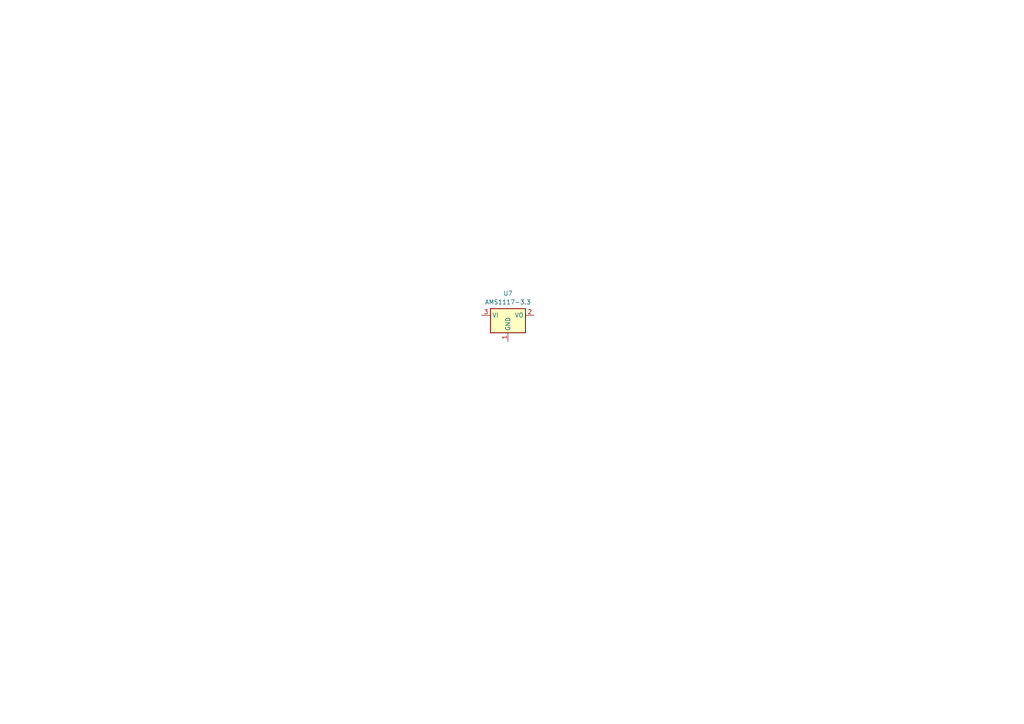
<source format=kicad_sch>
(kicad_sch
	(version 20250114)
	(generator "eeschema")
	(generator_version "9.0")
	(uuid "052eafd0-3cef-4276-8983-4968f0990955")
	(paper "A4")
	(lib_symbols
		(symbol "Regulator_Linear:AMS1117-3.3"
			(exclude_from_sim no)
			(in_bom yes)
			(on_board yes)
			(property "Reference" "U"
				(at -3.81 3.175 0)
				(effects
					(font
						(size 1.27 1.27)
					)
				)
			)
			(property "Value" "AMS1117-3.3"
				(at 0 3.175 0)
				(effects
					(font
						(size 1.27 1.27)
					)
					(justify left)
				)
			)
			(property "Footprint" "Package_TO_SOT_SMD:SOT-223-3_TabPin2"
				(at 0 5.08 0)
				(effects
					(font
						(size 1.27 1.27)
					)
					(hide yes)
				)
			)
			(property "Datasheet" "http://www.advanced-monolithic.com/pdf/ds1117.pdf"
				(at 2.54 -6.35 0)
				(effects
					(font
						(size 1.27 1.27)
					)
					(hide yes)
				)
			)
			(property "Description" "1A Low Dropout regulator, positive, 3.3V fixed output, SOT-223"
				(at 0 0 0)
				(effects
					(font
						(size 1.27 1.27)
					)
					(hide yes)
				)
			)
			(property "ki_keywords" "linear regulator ldo fixed positive"
				(at 0 0 0)
				(effects
					(font
						(size 1.27 1.27)
					)
					(hide yes)
				)
			)
			(property "ki_fp_filters" "SOT?223*TabPin2*"
				(at 0 0 0)
				(effects
					(font
						(size 1.27 1.27)
					)
					(hide yes)
				)
			)
			(symbol "AMS1117-3.3_0_1"
				(rectangle
					(start -5.08 -5.08)
					(end 5.08 1.905)
					(stroke
						(width 0.254)
						(type default)
					)
					(fill
						(type background)
					)
				)
			)
			(symbol "AMS1117-3.3_1_1"
				(pin power_in line
					(at -7.62 0 0)
					(length 2.54)
					(name "VI"
						(effects
							(font
								(size 1.27 1.27)
							)
						)
					)
					(number "3"
						(effects
							(font
								(size 1.27 1.27)
							)
						)
					)
				)
				(pin power_in line
					(at 0 -7.62 90)
					(length 2.54)
					(name "GND"
						(effects
							(font
								(size 1.27 1.27)
							)
						)
					)
					(number "1"
						(effects
							(font
								(size 1.27 1.27)
							)
						)
					)
				)
				(pin power_out line
					(at 7.62 0 180)
					(length 2.54)
					(name "VO"
						(effects
							(font
								(size 1.27 1.27)
							)
						)
					)
					(number "2"
						(effects
							(font
								(size 1.27 1.27)
							)
						)
					)
				)
			)
			(embedded_fonts no)
		)
	)
	(symbol
		(lib_id "Regulator_Linear:AMS1117-3.3")
		(at 147.32 91.44 0)
		(unit 1)
		(exclude_from_sim no)
		(in_bom yes)
		(on_board yes)
		(dnp no)
		(fields_autoplaced yes)
		(uuid "48d99e42-75a8-4028-8352-9fc15567df12")
		(property "Reference" "U7"
			(at 147.32 85.09 0)
			(effects
				(font
					(size 1.27 1.27)
				)
			)
		)
		(property "Value" "AMS1117-3.3"
			(at 147.32 87.63 0)
			(effects
				(font
					(size 1.27 1.27)
				)
			)
		)
		(property "Footprint" "Package_TO_SOT_SMD:SOT-223-3_TabPin2"
			(at 147.32 86.36 0)
			(effects
				(font
					(size 1.27 1.27)
				)
				(hide yes)
			)
		)
		(property "Datasheet" "http://www.advanced-monolithic.com/pdf/ds1117.pdf"
			(at 149.86 97.79 0)
			(effects
				(font
					(size 1.27 1.27)
				)
				(hide yes)
			)
		)
		(property "Description" "1A Low Dropout regulator, positive, 3.3V fixed output, SOT-223"
			(at 147.32 91.44 0)
			(effects
				(font
					(size 1.27 1.27)
				)
				(hide yes)
			)
		)
		(pin "3"
			(uuid "c7ecc3cf-74ac-4482-8931-6cea89690741")
		)
		(pin "2"
			(uuid "c02d1960-3077-4a63-bb7e-0779ba98c274")
		)
		(pin "1"
			(uuid "946c841e-6146-426a-9236-e72c644efcb5")
		)
		(instances
			(project ""
				(path "/3b2348ba-8b31-4b25-9d4d-64f66293ce1c/fb0c9394-3c20-4001-a815-db078aa51265"
					(reference "U7")
					(unit 1)
				)
			)
		)
	)
)

</source>
